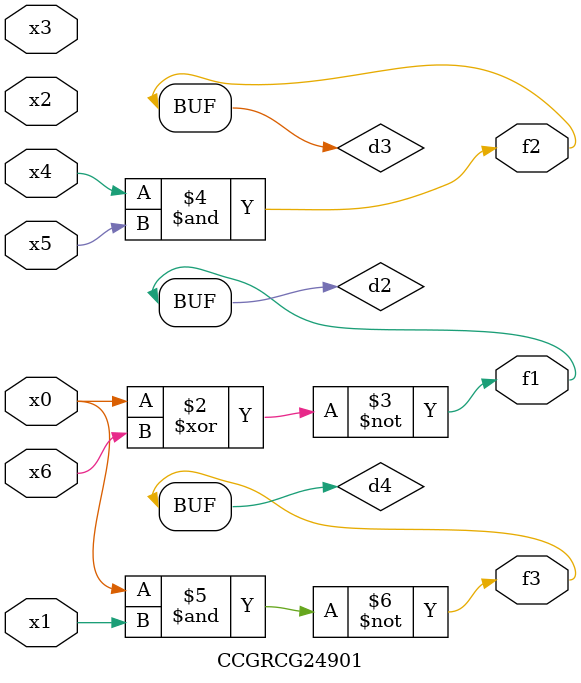
<source format=v>
module CCGRCG24901(
	input x0, x1, x2, x3, x4, x5, x6,
	output f1, f2, f3
);

	wire d1, d2, d3, d4;

	nor (d1, x0);
	xnor (d2, x0, x6);
	and (d3, x4, x5);
	nand (d4, x0, x1);
	assign f1 = d2;
	assign f2 = d3;
	assign f3 = d4;
endmodule

</source>
